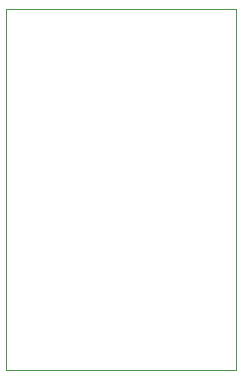
<source format=gbr>
%TF.GenerationSoftware,KiCad,Pcbnew,(5.1.9)-1*%
%TF.CreationDate,2022-03-01T01:02:47+08:00*%
%TF.ProjectId,LED,4c45442e-6b69-4636-9164-5f7063625858,rev?*%
%TF.SameCoordinates,Original*%
%TF.FileFunction,Profile,NP*%
%FSLAX46Y46*%
G04 Gerber Fmt 4.6, Leading zero omitted, Abs format (unit mm)*
G04 Created by KiCad (PCBNEW (5.1.9)-1) date 2022-03-01 01:02:47*
%MOMM*%
%LPD*%
G01*
G04 APERTURE LIST*
%TA.AperFunction,Profile*%
%ADD10C,0.050000*%
%TD*%
G04 APERTURE END LIST*
D10*
X170000000Y-110500000D02*
X189500000Y-110500000D01*
X189500000Y-80000000D02*
X189500000Y-110500000D01*
X170000000Y-80000000D02*
X189500000Y-80000000D01*
X170000000Y-80000000D02*
X170000000Y-110500000D01*
M02*

</source>
